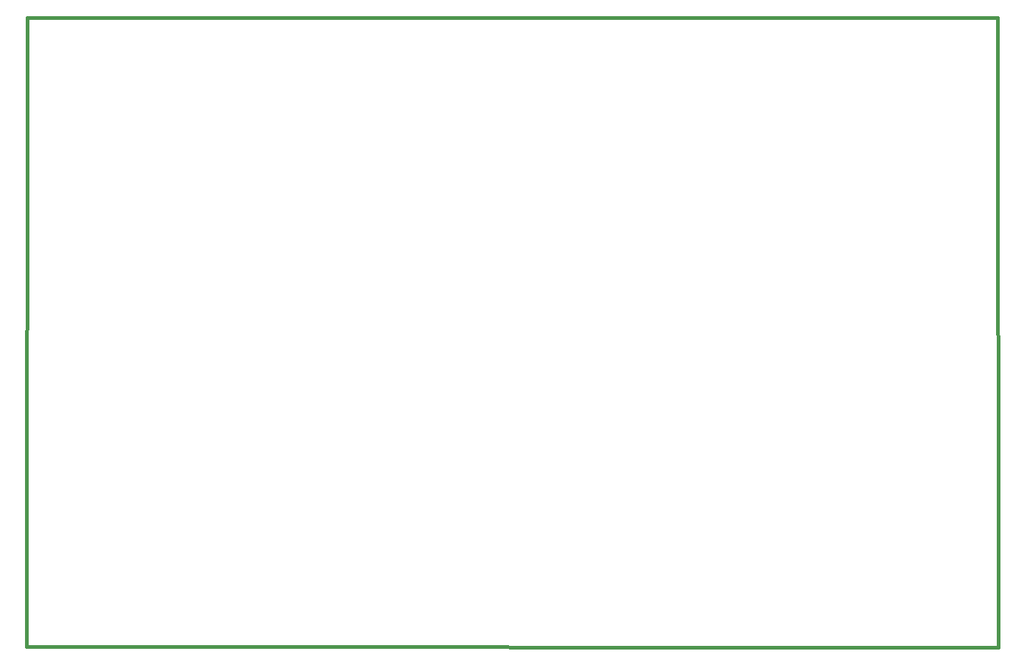
<source format=gko>
G04 Layer: BoardOutlineLayer*
G04 EasyEDA v6.5.39, 2024-01-03 13:03:29*
G04 bec576337b18403e98965192822aaada,83f36b9c27a349adb8e694642aa6770b,10*
G04 Gerber Generator version 0.2*
G04 Scale: 100 percent, Rotated: No, Reflected: No *
G04 Dimensions in millimeters *
G04 leading zeros omitted , absolute positions ,4 integer and 5 decimal *
%FSLAX45Y45*%
%MOMM*%

%ADD10C,0.4000*%
D10*
X520700Y-381000D02*
G01*
X11684000Y-381000D01*
X11696700Y-7632700D01*
X508000Y-7620000D01*
X520700Y-381000D01*

%LPD*%
M02*

</source>
